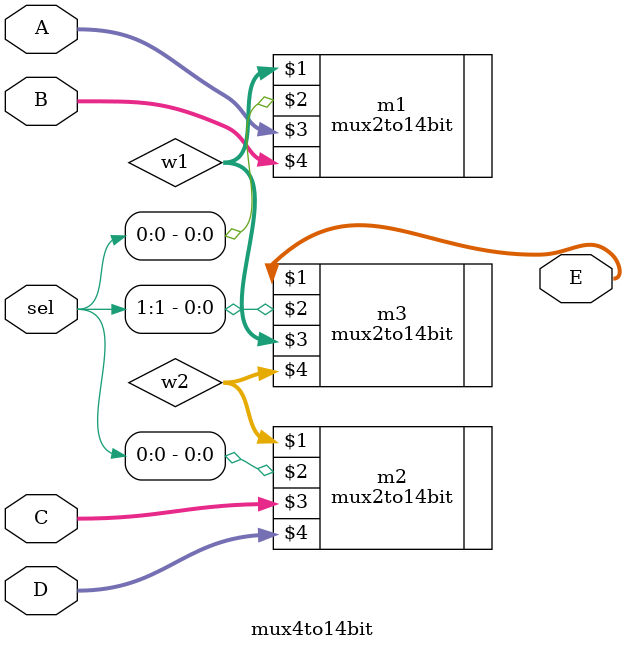
<source format=v>
module mux4to14bit(
    output [3:0]E,
    input [1:0]sel,
    input [3:0]A,
    input [3:0]B,
    input [3:0]C,
    input [3:0]D
);
wire[3:0] w1;
wire[3:0] w2;
mux2to14bit m1(w1,sel[0],A,B);
mux2to14bit m2(w2,sel[0],C,D);

mux2to14bit m3(E,sel[1],w1,w2);
endmodule
</source>
